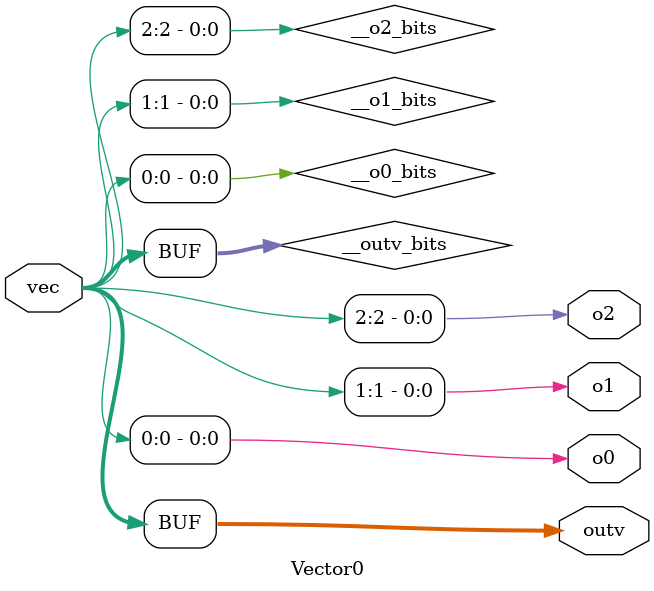
<source format=sv>
module Vector0(
  input  wire [2:0] vec,
  output wire [2:0] outv,
  output wire       o0,
                    o1,
                    o2
);

  // Variables for output ports
  logic [2:0] __outv_bits;
  logic       __o0_bits;
  logic       __o1_bits;
  logic       __o2_bits;

  // @comb update():
  always_comb begin
    __outv_bits = vec;
    __o0_bits = vec[0];
    __o1_bits = vec[1];
    __o2_bits = vec[2];
  end // always_comb

  assign outv = __outv_bits;
  assign o0 = __o0_bits;
  assign o1 = __o1_bits;
  assign o2 = __o2_bits;
endmodule

</source>
